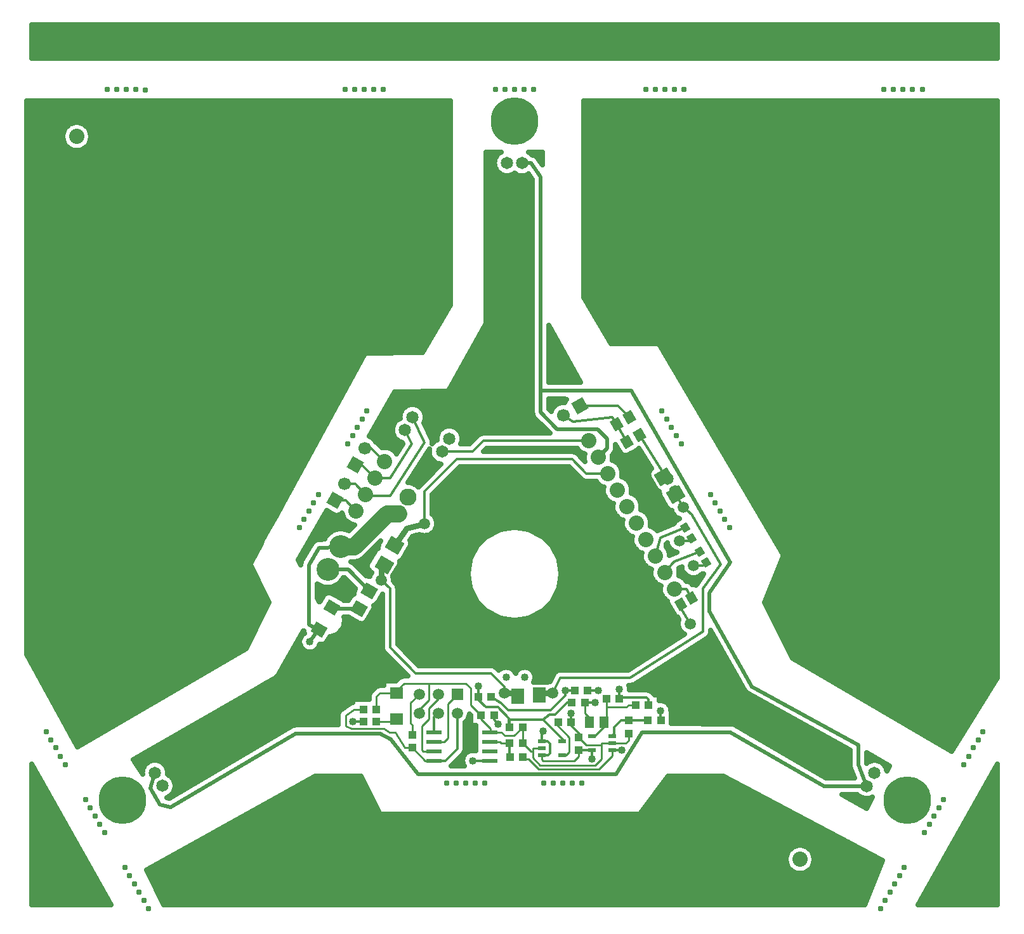
<source format=gbr>
G04 DipTrace 3.0.0.2*
G04 Top.gbr*
%MOIN*%
G04 #@! TF.FileFunction,Copper,L1,Top*
G04 #@! TF.Part,Single*
%AMOUTLINE0*
4,1,4,
-0.05214,-0.010311,
-0.01714,0.050311,
0.05214,0.010311,
0.01714,-0.050311,
-0.05214,-0.010311,
0*%
%AMOUTLINE3*
4,1,4,
0.01714,0.050311,
0.05214,-0.010311,
-0.01714,-0.050311,
-0.05214,0.010311,
0.01714,0.050311,
0*%
%AMOUTLINE6*5,1,4,0,0,0.094653,-164.999604*%
%AMOUTLINE9*5,1,4,0,0,0.094653,-195.000396*%
%AMOUTLINE12*
4,1,4,
-0.014938,0.044993,
0.046434,0.00956,
0.014938,-0.044993,
-0.046434,-0.00956,
-0.014938,0.044993,
0*%
%AMOUTLINE15*
4,1,4,
0.007398,0.038367,
0.036925,-0.012777,
-0.007398,-0.038367,
-0.036925,0.012777,
0.007398,0.038367,
0*%
%AMOUTLINE18*
4,1,4,
0.044597,0.008348,
0.01507,-0.042797,
-0.044597,-0.008348,
-0.01507,0.042797,
0.044597,0.008348,
0*%
%AMOUTLINE21*
4,1,4,
-0.006185,-0.03653,
-0.034728,0.012908,
0.006185,0.03653,
0.034728,-0.012908,
-0.006185,-0.03653,
0*%
%AMOUTLINE24*
4,1,4,
-0.027874,0.008909,
0.00622,0.028594,
0.027874,-0.008909,
-0.00622,-0.028594,
-0.027874,0.008909,
0*%
G04 #@! TA.AperFunction,Conductor*
%ADD10C,0.01*%
%ADD13C,0.012992*%
%ADD15C,0.02*%
G04 #@! TA.AperFunction,ComponentPad*
%ADD16C,0.09*%
G04 #@! TA.AperFunction,Conductor*
%ADD17C,0.03*%
G04 #@! TA.AperFunction,CopperBalancing*
%ADD19C,0.025*%
G04 #@! TA.AperFunction,ComponentPad*
%ADD23C,0.12*%
%ADD24C,0.065*%
%ADD25R,0.043307X0.03937*%
%ADD26R,0.03937X0.043307*%
%ADD27R,0.051181X0.059055*%
%ADD28R,0.07X0.08*%
G04 #@! TA.AperFunction,ComponentPad*
%ADD31C,0.066929*%
%ADD32R,0.059055X0.059055*%
%ADD33C,0.059055*%
%ADD35R,0.043307X0.023622*%
%ADD36R,0.068898X0.059055*%
%ADD37R,0.07874X0.023622*%
G04 #@! TA.AperFunction,ComponentPad*
%ADD38C,0.08*%
%ADD39C,0.25*%
%ADD40C,0.031*%
G04 #@! TA.AperFunction,ViaPad*
%ADD41C,0.04*%
%ADD43C,0.059*%
%ADD98OUTLINE0*%
%ADD101OUTLINE3*%
G04 #@! TA.AperFunction,ComponentPad*
%ADD104OUTLINE6*%
%ADD107OUTLINE9*%
%ADD110OUTLINE12*%
%ADD113OUTLINE15*%
%ADD116OUTLINE18*%
%ADD119OUTLINE21*%
%ADD122OUTLINE24*%
%FSLAX26Y26*%
G04*
G70*
G90*
G75*
G01*
G04 Top*
%LPD*%
X2581110Y3030268D2*
D10*
X2534950D1*
X2466199Y3099018D1*
X3409846Y3084119D2*
D13*
X3341165D1*
X3341164Y3084118D1*
X3147450Y3132769D2*
X3177449D1*
X3191199Y3119018D1*
Y3070018D1*
X3179147Y3057966D1*
X3147450D1*
D10*
Y3036517D1*
X3155449Y3028518D1*
X3316699D1*
X3341164Y3052983D1*
Y3084118D1*
X3147450Y3132769D2*
D13*
Y3186518D1*
X3154699D1*
X2211770Y3299018D2*
D10*
X2159950D1*
X2116199Y3267768D1*
Y3211518D1*
X2148324Y3199018D1*
X2316199D1*
X2348699Y3179518D1*
X2376699D1*
X2427007Y3099018D1*
X2466199D1*
X2703699Y3280269D2*
D13*
Y3092833D1*
X2641238Y3030371D1*
X2581214D1*
X2581110Y3030268D1*
X3409846Y3084119D2*
Y3040665D1*
X3409699Y3040518D1*
X3876888Y3853067D2*
X3868699Y3847518D1*
X3927699Y3750518D1*
X2392699Y4327518D2*
D16*
X2332303D1*
X2160047Y4155262D1*
X2091301D1*
X3347699Y4896517D2*
D13*
X3545885D1*
X3605982Y4836420D1*
X1928812Y3655306D2*
D15*
X1974802Y3718185D1*
D13*
X1975699Y3717518D1*
X1967034Y3718185D1*
D15*
X1923699Y3746518D1*
Y4060518D1*
X1977699Y4149518D1*
X2078731Y4153420D1*
D13*
X2091301Y4155262D1*
X2872449Y3130268D2*
D10*
X2928699D1*
X2934949Y3124018D1*
X2978699D1*
D13*
Y3050839D1*
X2980520Y3049018D1*
X3253749Y3057966D2*
D10*
X3275018D1*
X3291169Y3074117D1*
Y3154049D1*
X3222427Y3222791D1*
Y3223995D1*
X3232450Y3234018D1*
X3603699Y3174018D2*
Y3136518D1*
X3588702Y3121521D1*
X3516146D1*
X3459902D1*
Y3111521D1*
X3380690D1*
X3341164Y3151047D1*
X3339171D1*
X3328699Y3161518D1*
X3353699D1*
X3293699Y3221518D1*
Y3228339D1*
X3299379Y3234018D1*
X3045629Y3124018D2*
Y3205269D1*
X3147450Y3095367D2*
X3099861D1*
Y3080367D1*
X3089280D1*
X3045629Y3124018D1*
X2872449Y3180268D2*
X2934950D1*
X2953699Y3161518D1*
X3001878D1*
X3045629Y3205269D1*
X2828699Y3267768D2*
Y3249018D1*
X2878699Y3199018D1*
Y3186518D1*
X2872449Y3180268D1*
X2278699Y3299018D2*
Y3367769D1*
X2297744Y3386814D1*
X2384950D1*
Y3399020D1*
X2422449Y3436518D1*
X2553699D1*
Y3349018D1*
X2503699Y3299018D1*
Y3280269D1*
X2553699Y3436518D2*
X2747449D1*
X2772449Y3411518D1*
Y3324018D1*
X2828699Y3267768D1*
X3099861Y3080367D2*
Y3044357D1*
X3137699Y3006518D1*
X3425699D1*
X3459902Y3040720D1*
Y3111521D1*
X3387699Y3400518D2*
D13*
X3442699D1*
X3301169Y3280345D2*
Y3235808D1*
X3299379Y3234018D1*
X2622437Y4655077D2*
X2784759D1*
X2841199Y4711518D1*
X3393698D1*
X3394699Y4712520D1*
X2531699Y4276518D2*
D17*
X2438699Y4253518D1*
X2372449Y4161518D1*
X2531699Y4276518D2*
D13*
Y4445518D1*
X2700699Y4614518D1*
X3306699D1*
X3381904Y4539314D1*
X3494699D1*
X3043518Y6171303D2*
D15*
X3090507D1*
X3141199Y6099241D1*
Y4974537D1*
Y4861518D1*
X3228699Y4774018D1*
X3441199D1*
X3491199Y4724018D1*
Y4672417D1*
X3444699Y4625916D1*
X1114394Y2965920D2*
X1091199Y2886518D1*
X1141199Y2799018D1*
X1197450Y2786518D1*
X1853699Y3174018D1*
X2296461D1*
X2353224Y3141655D1*
X2495951Y2959469D1*
X3537440D1*
X3673911Y3180696D1*
X4138066D1*
X4629818Y2897180D1*
X4855261Y2897181D1*
X4809699Y3009518D1*
Y3111518D1*
X4251699Y3420518D1*
X4026699Y3816518D1*
Y3912518D1*
X4137699Y4071518D1*
X3615689Y4974537D1*
X3141199D1*
X2022400Y4035924D2*
X2129383D1*
X2241280Y3924028D1*
X2895629Y3267768D2*
D13*
Y3244589D1*
X2916199Y3224018D1*
X3372411Y3336589D2*
X3428655D1*
X3397450Y3234018D2*
D10*
Y3255306D1*
X3372411Y3280345D1*
Y3336589D1*
X2581110Y3130268D2*
X2634895D1*
X2653699Y3149072D1*
Y3330269D1*
X2703699Y3380269D1*
X2153789Y3236600D2*
D13*
X2211689D1*
X2211770Y3236518D1*
X3869949Y4186768D2*
X3923877D1*
X3934664Y4197555D1*
X2581110Y3180268D2*
Y3257680D1*
X2603699Y3280269D1*
X2186161Y3828560D2*
D15*
X2052888D1*
D13*
X2044597Y3836852D1*
X2278699Y3236518D2*
D10*
X2372450D1*
X2384950Y3249018D1*
X3844699Y3933096D2*
D13*
X3905962D1*
X3934852Y3886531D1*
X3794699Y4019699D2*
X3841699Y4076518D1*
X3976199Y4130518D1*
X3744699Y4106302D2*
X3769699Y4202518D1*
X3901199Y4255518D1*
X2303699Y3980269D2*
D17*
Y4042871D1*
X2321362Y4060533D1*
X2952143Y3384962D2*
X3003644D1*
X3020644Y3367962D1*
X2952143Y3384962D2*
D13*
Y3418075D1*
X2880699Y3489518D1*
X2484699D1*
X2349699Y3624518D1*
Y3934269D1*
X2303699Y3980269D1*
X3204505Y3385713D2*
D17*
X3145146D1*
X3133644Y3374211D1*
X3850726Y4429012D2*
D13*
X3891199Y4361518D1*
X3933699Y4326518D1*
X4086699Y4062518D1*
X3993699Y3936518D1*
Y3707449D1*
X3611085Y3465349D1*
X3243699D1*
X3204505Y3385713D1*
X3595168Y4705366D2*
X3541199Y4799018D1*
X3261096Y4846517D2*
X3309917Y4811434D1*
X3516146Y4836432D1*
X3541199Y4799018D1*
X3659950Y4742768D2*
X3792699Y4529518D1*
X3788814Y4523748D1*
X3269699Y3400518D2*
X3320770D1*
X3771699Y3291518D2*
Y3243517D1*
X3772449Y3242768D1*
X3269699Y3400518D2*
Y3373175D1*
X3192499Y3295974D1*
X2971917D1*
X2934350Y3333541D1*
X2880711Y3365495D1*
X2466199Y3165948D2*
D10*
Y3217769D1*
X2457699Y3226269D1*
Y3334269D1*
X2503699Y3380269D1*
X2872449Y3030268D2*
D13*
X2785076D1*
X2784972Y3030371D1*
X2603699Y3380269D2*
D10*
Y3355268D1*
X2553699Y3305268D1*
Y3249018D1*
X2516199Y3211518D1*
Y3086518D1*
X2522450Y3080268D1*
X2581110D1*
X3944950Y4055518D2*
D13*
X3992627D1*
X4009664Y4072555D1*
X2059950Y4399017D2*
X2115699D1*
X2171199Y4343517D1*
X2109950Y4485621D2*
X2165791D1*
X2221416Y4429995D1*
X2468058Y4835769D2*
X2531699Y4701518D1*
X2349560Y4424018D1*
X2227392D1*
X2221416Y4429995D1*
X2166287Y4586458D2*
X2201555D1*
X2271416Y4516597D1*
X2350387D1*
X2463699Y4694518D1*
X2428688Y4767577D1*
X2216287Y4673062D2*
X2251555D1*
X2321416Y4603199D1*
X2813299Y3421727D2*
Y3365978D1*
X2813782Y3365495D1*
Y3350100D1*
X2852693Y3311189D1*
X2915727D1*
X2975139Y3251777D1*
Y3208829D1*
X2978699Y3205269D1*
Y3245164D1*
X3154190D1*
X3266585Y3132769D1*
X3253749D1*
X3305482Y3336589D2*
X3280429D1*
X3216009Y3272169D1*
X3187125D1*
X3154190Y3245164D1*
X3603699Y3240948D2*
X3703699D1*
X3705520Y3242768D1*
X3603699Y3240948D2*
X3564239D1*
X3528644Y3205353D1*
Y3171421D1*
X3516146Y3158923D1*
X3486770Y3355268D2*
D10*
Y3313896D1*
Y3248535D1*
X3472253Y3234018D1*
D13*
Y3205072D1*
X3426104Y3158923D1*
X3409846D1*
X3641199Y3324018D2*
D10*
X3603564D1*
X3591138Y3311592D1*
X3489075D1*
X3486770Y3313896D1*
X3047449Y3049018D2*
Y3040518D1*
X3075699D1*
X3129699Y2986518D1*
X3445699D1*
X3516146Y3056965D1*
Y3084119D1*
X3708129Y3324018D2*
D13*
Y3350840D1*
X3697450Y3361518D1*
X3559950D1*
X3553699Y3355268D1*
X3516146Y3084119D2*
X3567699D1*
Y3084518D1*
X3553642Y3405332D2*
X3553699Y3405274D1*
Y3355268D1*
D41*
X3154699Y3186518D3*
X3428655Y3336589D3*
X2916199Y3224018D3*
X2784972Y3030371D3*
X2153789Y3236600D3*
X3567699Y3084518D3*
X3553642Y3405332D3*
X3301169Y3280345D3*
X3442699Y3400518D3*
D43*
X3204505Y3385713D3*
X2952143Y3384962D3*
X2531699Y4276518D3*
D41*
X1928812Y3655306D3*
X3409699Y3040518D3*
D43*
X3927699Y3750518D3*
X2303699Y3980269D3*
X3891199Y4361518D3*
X3869949Y4186768D3*
X3944950Y4055518D3*
D41*
X3269699Y3400518D3*
X2960474Y3467768D3*
X3057411D3*
X3771699Y3291518D3*
X2813299Y3421727D3*
X443699Y6474150D2*
D19*
X2663724D1*
X443699Y6449281D2*
X2663724D1*
X443699Y6424412D2*
X2663724D1*
X443699Y6399543D2*
X2663724D1*
X443699Y6374675D2*
X663626D1*
X743773D2*
X2663724D1*
X443699Y6349806D2*
X638480D1*
X768919D2*
X2663724D1*
X443699Y6324937D2*
X628958D1*
X778441D2*
X2663724D1*
X443699Y6300068D2*
X628617D1*
X778782D2*
X2663724D1*
X443699Y6275199D2*
X637308D1*
X770091D2*
X2663724D1*
X443699Y6250331D2*
X660501D1*
X746898D2*
X2663724D1*
X443699Y6225462D2*
X2663724D1*
X443699Y6200593D2*
X2663724D1*
X443699Y6175724D2*
X2663724D1*
X443699Y6150856D2*
X2663724D1*
X443699Y6125987D2*
X2663724D1*
X443699Y6101118D2*
X2663724D1*
X443699Y6076249D2*
X2663724D1*
X443699Y6051381D2*
X2663724D1*
X443699Y6026512D2*
X2663724D1*
X443699Y6001643D2*
X2663724D1*
X443699Y5976774D2*
X2663724D1*
X443699Y5951906D2*
X2663724D1*
X443699Y5927037D2*
X2663724D1*
X443699Y5902168D2*
X2663724D1*
X443699Y5877299D2*
X2663724D1*
X443699Y5852430D2*
X2663724D1*
X443699Y5827562D2*
X2663724D1*
X443699Y5802693D2*
X2663724D1*
X443699Y5777824D2*
X2663724D1*
X443699Y5752955D2*
X2663724D1*
X443699Y5728087D2*
X2663724D1*
X443699Y5703218D2*
X2663724D1*
X443699Y5678349D2*
X2663724D1*
X443699Y5653480D2*
X2663724D1*
X443699Y5628612D2*
X2663724D1*
X443699Y5603743D2*
X2663724D1*
X443699Y5578874D2*
X2663724D1*
X443699Y5554005D2*
X2663724D1*
X443699Y5529136D2*
X2663724D1*
X443699Y5504268D2*
X2663724D1*
X443699Y5479399D2*
X2663724D1*
X443699Y5454530D2*
X2663724D1*
X443699Y5429661D2*
X2663724D1*
X443699Y5404793D2*
X2651224D1*
X443699Y5379924D2*
X2636869D1*
X443699Y5355055D2*
X2622513D1*
X443699Y5330186D2*
X2608157D1*
X443699Y5305318D2*
X2593802D1*
X443699Y5280449D2*
X2579446D1*
X443699Y5255580D2*
X2565091D1*
X443699Y5230711D2*
X2550736D1*
X443699Y5205843D2*
X2536381D1*
X443699Y5180974D2*
X2522025D1*
X443699Y5156105D2*
X2208988D1*
X443699Y5131236D2*
X2195462D1*
X443699Y5106367D2*
X2181888D1*
X443699Y5081499D2*
X2168314D1*
X443699Y5056630D2*
X2154740D1*
X443699Y5031761D2*
X2141165D1*
X443699Y5006892D2*
X2127640D1*
X443699Y4982024D2*
X2114066D1*
X443699Y4957155D2*
X2100491D1*
X443699Y4932286D2*
X2086917D1*
X443699Y4907417D2*
X2073343D1*
X443699Y4882549D2*
X2059818D1*
X443699Y4857680D2*
X2046243D1*
X443699Y4832811D2*
X2032669D1*
X443699Y4807942D2*
X2019094D1*
X443699Y4783073D2*
X2005521D1*
X443699Y4758205D2*
X1991995D1*
X443699Y4733336D2*
X1978421D1*
X443699Y4708467D2*
X1964846D1*
X443699Y4683598D2*
X1951273D1*
X443699Y4658730D2*
X1937698D1*
X443699Y4633861D2*
X1924125D1*
X443699Y4608992D2*
X1910598D1*
X443699Y4584123D2*
X1897025D1*
X443699Y4559255D2*
X1883450D1*
X443699Y4534386D2*
X1869877D1*
X443699Y4509517D2*
X1856302D1*
X443699Y4484648D2*
X1842777D1*
X443699Y4459780D2*
X1829202D1*
X443699Y4434911D2*
X1815629D1*
X443699Y4410042D2*
X1802054D1*
X443699Y4385173D2*
X1788480D1*
X443699Y4360304D2*
X1774954D1*
X443699Y4335436D2*
X1761381D1*
X443699Y4310567D2*
X1747513D1*
X443699Y4285698D2*
X1732377D1*
X443699Y4260829D2*
X1718021D1*
X443699Y4235961D2*
X1703665D1*
X443699Y4211092D2*
X1689310D1*
X443699Y4186223D2*
X1676810D1*
X443699Y4161354D2*
X1666409D1*
X443699Y4136486D2*
X1652835D1*
X443699Y4111617D2*
X1639310D1*
X443699Y4086748D2*
X1625736D1*
X443699Y4061879D2*
X1612161D1*
X443699Y4037010D2*
X1624466D1*
X443699Y4012142D2*
X1636917D1*
X443699Y3987273D2*
X1649369D1*
X443699Y3962404D2*
X1661770D1*
X443699Y3937535D2*
X1674222D1*
X443699Y3912667D2*
X1686673D1*
X443699Y3887798D2*
X1699075D1*
X443699Y3862929D2*
X1711526D1*
X443699Y3838060D2*
X1700491D1*
X443699Y3813192D2*
X1688041D1*
X443699Y3788323D2*
X1675638D1*
X443699Y3763454D2*
X1663186D1*
X443699Y3738585D2*
X1650736D1*
X443699Y3713717D2*
X1638333D1*
X443699Y3688848D2*
X1625882D1*
X443699Y3663979D2*
X1613430D1*
X443699Y3639110D2*
X1601029D1*
X443699Y3614241D2*
X1581058D1*
X443919Y3589373D2*
X1538430D1*
X457591Y3564504D2*
X1495804D1*
X471262Y3539635D2*
X1453177D1*
X484934Y3514766D2*
X1410550D1*
X498606Y3489898D2*
X1367923D1*
X512278Y3465029D2*
X1325247D1*
X525950Y3440160D2*
X1282621D1*
X539622Y3415291D2*
X1239993D1*
X553294Y3390423D2*
X1197366D1*
X567014Y3365554D2*
X1154740D1*
X580686Y3340685D2*
X1112113D1*
X594358Y3315816D2*
X1069486D1*
X608030Y3290948D2*
X1026858D1*
X621702Y3266079D2*
X984232D1*
X635374Y3241210D2*
X941556D1*
X649046Y3216341D2*
X898929D1*
X662718Y3191472D2*
X856302D1*
X676438Y3166604D2*
X813675D1*
X690110Y3141735D2*
X771049D1*
X703782Y3116866D2*
X728421D1*
X776972Y6305752D2*
X775169Y6294360D1*
X771605Y6283391D1*
X766369Y6273114D1*
X759589Y6263783D1*
X751434Y6255629D1*
X742104Y6248849D1*
X731827Y6243613D1*
X720858Y6240049D1*
X709466Y6238245D1*
X697933D1*
X686541Y6240049D1*
X675572Y6243613D1*
X665295Y6248849D1*
X655965Y6255629D1*
X647810Y6263783D1*
X641030Y6273114D1*
X635794Y6283391D1*
X632230Y6294360D1*
X630427Y6305752D1*
Y6317285D1*
X632230Y6328677D1*
X635794Y6339646D1*
X641030Y6349923D1*
X647810Y6359253D1*
X655965Y6367408D1*
X665295Y6374188D1*
X675572Y6379424D1*
X686541Y6382988D1*
X697933Y6384791D1*
X709466D1*
X720858Y6382988D1*
X731827Y6379424D1*
X742104Y6374188D1*
X751434Y6367408D1*
X759589Y6359253D1*
X766369Y6349923D1*
X771605Y6339646D1*
X775169Y6328677D1*
X776972Y6317285D1*
Y6305752D1*
X1697799Y4221518D2*
X1745407Y4303797D1*
X1750308Y4310965D1*
X1785324Y4374768D1*
X2218797Y5169147D1*
X2221639Y5171833D1*
X2225172Y5173510D1*
X2229169Y5174005D1*
X2361659Y5174018D1*
X2375331Y5175664D1*
X2395584Y5176508D1*
X2521962D1*
X2666198Y5426395D1*
X2666199Y6499018D1*
X441199D1*
Y3589692D1*
X708496Y3103735D1*
X1594215Y3620457D1*
X1714739Y3861547D1*
X1616782Y4057745D1*
X1616199Y4061613D1*
X1616841Y4065471D1*
X1623711Y4078478D1*
X1671293Y4165710D1*
X1673538Y4172357D1*
X1682154Y4192732D1*
X1691550Y4210693D1*
X1697799Y4221518D1*
X3368699Y6474150D2*
X5538724D1*
X3368699Y6449281D2*
X5538724D1*
X3368699Y6424412D2*
X5538724D1*
X3368699Y6399543D2*
X5538724D1*
X3368699Y6374675D2*
X5538724D1*
X3368699Y6349806D2*
X5538724D1*
X3368699Y6324937D2*
X5538724D1*
X3368699Y6300068D2*
X5538724D1*
X3368699Y6275199D2*
X5538724D1*
X3368699Y6250331D2*
X5538724D1*
X3368699Y6225462D2*
X5538724D1*
X3368699Y6200593D2*
X5538724D1*
X3368699Y6175724D2*
X5538724D1*
X3368699Y6150856D2*
X5538724D1*
X3368699Y6125987D2*
X5538724D1*
X3368699Y6101118D2*
X5538724D1*
X3368699Y6076249D2*
X5538724D1*
X3368699Y6051381D2*
X5538724D1*
X3368699Y6026512D2*
X5538724D1*
X3368699Y6001643D2*
X5538724D1*
X3368699Y5976774D2*
X5538724D1*
X3368699Y5951906D2*
X5538724D1*
X3368699Y5927037D2*
X5538724D1*
X3368699Y5902168D2*
X5538724D1*
X3368699Y5877299D2*
X5538724D1*
X3368699Y5852430D2*
X5538724D1*
X3368699Y5827562D2*
X5538724D1*
X3368699Y5802693D2*
X5538724D1*
X3368699Y5777824D2*
X5538724D1*
X3368699Y5752955D2*
X5538724D1*
X3368699Y5728087D2*
X5538724D1*
X3368699Y5703218D2*
X5538724D1*
X3368699Y5678349D2*
X5538724D1*
X3368699Y5653480D2*
X5538724D1*
X3368699Y5628612D2*
X5538724D1*
X3368699Y5603743D2*
X5538724D1*
X3368699Y5578874D2*
X5538724D1*
X3368699Y5554005D2*
X5538724D1*
X3368699Y5529136D2*
X5538724D1*
X3368699Y5504268D2*
X5538724D1*
X3368699Y5479399D2*
X5538724D1*
X3374974Y5454530D2*
X5538724D1*
X3389915Y5429661D2*
X5538724D1*
X3404808Y5404793D2*
X5538724D1*
X3419749Y5379924D2*
X5538724D1*
X3434642Y5355055D2*
X5538724D1*
X3449583Y5330186D2*
X5538724D1*
X3464476Y5305318D2*
X5538724D1*
X3479417Y5280449D2*
X5538724D1*
X3494358Y5255580D2*
X5538724D1*
X3509251Y5230711D2*
X5538724D1*
X3774094Y5205843D2*
X5538724D1*
X3788743Y5180974D2*
X5538724D1*
X3803441Y5156105D2*
X5538724D1*
X3818138Y5131236D2*
X5538724D1*
X3832835Y5106367D2*
X5538724D1*
X3847533Y5081499D2*
X5538724D1*
X3862230Y5056630D2*
X5538724D1*
X3876927Y5031761D2*
X5538724D1*
X3891625Y5006892D2*
X5538724D1*
X3906322Y4982024D2*
X5538724D1*
X3921018Y4957155D2*
X5538724D1*
X3935717Y4932286D2*
X5538724D1*
X3950413Y4907417D2*
X5538724D1*
X3965110Y4882549D2*
X5538724D1*
X3979808Y4857680D2*
X5538724D1*
X3994505Y4832811D2*
X5538724D1*
X4009202Y4807942D2*
X5538724D1*
X4023900Y4783073D2*
X5538724D1*
X4038597Y4758205D2*
X5538724D1*
X4053294Y4733336D2*
X5538724D1*
X4067991Y4708467D2*
X5538724D1*
X4082689Y4683598D2*
X5538724D1*
X4097386Y4658730D2*
X5538724D1*
X4112083Y4633861D2*
X5538724D1*
X4126781Y4608992D2*
X5538724D1*
X4141429Y4584123D2*
X5538724D1*
X4156126Y4559255D2*
X5538724D1*
X4170824Y4534386D2*
X5538724D1*
X4185521Y4509517D2*
X5538724D1*
X4200218Y4484648D2*
X5538724D1*
X4214915Y4459780D2*
X5538724D1*
X4229613Y4434911D2*
X5538724D1*
X4244310Y4410042D2*
X5538724D1*
X4259007Y4385173D2*
X5538724D1*
X4273705Y4360304D2*
X5538724D1*
X4288402Y4335436D2*
X5538724D1*
X4303098Y4310567D2*
X5538724D1*
X4317797Y4285698D2*
X5538724D1*
X4332493Y4260829D2*
X5538724D1*
X4347190Y4235961D2*
X5538724D1*
X4361888Y4211092D2*
X5538724D1*
X4376585Y4186223D2*
X5538724D1*
X4391282Y4161354D2*
X5538724D1*
X4405980Y4136486D2*
X5538724D1*
X4419701Y4111617D2*
X5538724D1*
X4409740Y4086748D2*
X5538724D1*
X4399827Y4061879D2*
X5538724D1*
X4389866Y4037010D2*
X5538724D1*
X4379906Y4012142D2*
X5538724D1*
X4369945Y3987273D2*
X5538724D1*
X4360033Y3962404D2*
X5538724D1*
X4350072Y3937535D2*
X5538724D1*
X4340110Y3912667D2*
X5538724D1*
X4330198Y3887798D2*
X5538724D1*
X4320238Y3862929D2*
X5538724D1*
X4331908Y3838060D2*
X5538724D1*
X4344358Y3813192D2*
X5538724D1*
X4356761Y3788323D2*
X5538724D1*
X4369213Y3763454D2*
X5538724D1*
X4381663Y3738585D2*
X5538724D1*
X4394066Y3713717D2*
X5538724D1*
X4406517Y3688848D2*
X5538724D1*
X4418969Y3663979D2*
X5538724D1*
X4431370Y3639110D2*
X5538724D1*
X4443822Y3614241D2*
X5538724D1*
X4456224Y3589373D2*
X5538724D1*
X4475755Y3564504D2*
X5538724D1*
X4518041Y3539635D2*
X5538724D1*
X4560325Y3514766D2*
X5538724D1*
X4602610Y3489898D2*
X5538724D1*
X4644896Y3465029D2*
X5538675D1*
X4687181Y3440160D2*
X5523098D1*
X4729417Y3415291D2*
X5507572D1*
X4771702Y3390423D2*
X5492045D1*
X4813988Y3365554D2*
X5476469D1*
X4856273Y3340685D2*
X5460941D1*
X4898558Y3315816D2*
X5445413D1*
X4940843Y3290948D2*
X5429837D1*
X4983079Y3266079D2*
X5414310D1*
X5025365Y3241210D2*
X5398782D1*
X5067650Y3216341D2*
X5383206D1*
X5109934Y3191472D2*
X5367678D1*
X5152220Y3166604D2*
X5352152D1*
X5194505Y3141735D2*
X5336575D1*
X5236741Y3116866D2*
X5321049D1*
X5279026Y3091997D2*
X5305521D1*
X5528699Y6499018D2*
X3366199D1*
Y5464986D1*
X3510803Y5223975D1*
X3755655Y5223865D1*
X3759374Y5222656D1*
X3762538Y5220357D1*
X3764461Y5217878D1*
X4415323Y4116115D1*
X4416175Y4112299D1*
X4415806Y4108406D1*
X4396736Y4060453D1*
X4317374Y3862047D1*
X4463224Y3570419D1*
X5299539Y3078467D1*
X5541214Y3465127D1*
X5541199Y6499018D1*
X5528699D1*
X1914671Y2924150D2*
X2205911D1*
X3793822D2*
X4145072D1*
X1869896Y2899281D2*
X2218362D1*
X3775169D2*
X4192045D1*
X1825169Y2874412D2*
X2230765D1*
X3756517D2*
X4239017D1*
X1780394Y2849543D2*
X2243217D1*
X3737865D2*
X4285990D1*
X1735618Y2824675D2*
X2255667D1*
X3719213D2*
X4332962D1*
X1690843Y2799806D2*
X2268070D1*
X3700560D2*
X4379934D1*
X1646117Y2774937D2*
X2280521D1*
X3681908D2*
X4426908D1*
X1601341Y2750068D2*
X2292972D1*
X3663255D2*
X4473881D1*
X1556566Y2725199D2*
X4520853D1*
X1511790Y2700331D2*
X4567825D1*
X1467014Y2675462D2*
X4614798D1*
X1422289Y2650593D2*
X4661770D1*
X1377513Y2625724D2*
X4708743D1*
X1332738Y2600856D2*
X4755717D1*
X1287962Y2575987D2*
X4465921D1*
X4541478D2*
X4802689D1*
X1243236Y2551118D2*
X4439261D1*
X4568138D2*
X4849661D1*
X1198461Y2526249D2*
X4429202D1*
X4578197D2*
X4896682D1*
X1153685Y2501381D2*
X4428421D1*
X4578978D2*
X4933694D1*
X1108909Y2476512D2*
X4436575D1*
X4570824D2*
X4923734D1*
X1075121Y2451643D2*
X4458549D1*
X4548850D2*
X4913773D1*
X1087522Y2426774D2*
X4903861D1*
X1099974Y2401906D2*
X4893900D1*
X1112425Y2377037D2*
X4883938D1*
X1124827Y2352168D2*
X4873978D1*
X1137278Y2327299D2*
X4864066D1*
X1149730Y2302430D2*
X4854105D1*
X1162133Y2277562D2*
X4844144D1*
X4576972Y2505752D2*
X4575169Y2494360D1*
X4571605Y2483391D1*
X4566369Y2473114D1*
X4559589Y2463783D1*
X4551434Y2455629D1*
X4542104Y2448849D1*
X4531827Y2443613D1*
X4520858Y2440049D1*
X4509466Y2438245D1*
X4497933D1*
X4486541Y2440049D1*
X4475572Y2443613D1*
X4465295Y2448849D1*
X4455965Y2455629D1*
X4447810Y2463783D1*
X4441030Y2473114D1*
X4435794Y2483391D1*
X4432230Y2494360D1*
X4430427Y2505752D1*
Y2517285D1*
X4432230Y2528677D1*
X4435794Y2539646D1*
X4441030Y2549923D1*
X4447810Y2559253D1*
X4455965Y2567408D1*
X4465295Y2574188D1*
X4475572Y2579424D1*
X4486541Y2582988D1*
X4497933Y2584791D1*
X4509466D1*
X4520858Y2582988D1*
X4531827Y2579424D1*
X4542104Y2574188D1*
X4551434Y2567408D1*
X4559589Y2559253D1*
X4566369Y2549923D1*
X4571605Y2539646D1*
X4575169Y2528677D1*
X4576972Y2517285D1*
Y2505752D1*
X1070230Y2456408D2*
X1161446Y2273978D1*
X4845252Y2274018D1*
X4937933Y2505760D1*
X4100573Y2949030D1*
X3809900Y2949018D1*
X3662403Y2752546D1*
X3659205Y2750295D1*
X3655467Y2749144D1*
X3616199Y2749018D1*
X2301744Y2749172D1*
X2298025Y2750381D1*
X2294861Y2752680D1*
X2292394Y2756209D1*
X2195953Y2949059D1*
X1956873Y2949018D1*
X1070203Y2456388D1*
X468699Y2974412D2*
X485843D1*
X468699Y2949543D2*
X499857D1*
X468699Y2924675D2*
X513822D1*
X468699Y2899806D2*
X527835D1*
X468699Y2874937D2*
X541801D1*
X468699Y2850068D2*
X555814D1*
X468699Y2825199D2*
X569778D1*
X468699Y2800331D2*
X583793D1*
X468699Y2775462D2*
X597757D1*
X468699Y2750593D2*
X611770D1*
X468699Y2725724D2*
X625736D1*
X468699Y2700856D2*
X639749D1*
X468699Y2675987D2*
X653714D1*
X468699Y2651118D2*
X667728D1*
X468699Y2626249D2*
X681693D1*
X468699Y2601381D2*
X695706D1*
X468699Y2576512D2*
X709671D1*
X468699Y2551643D2*
X723685D1*
X468699Y2526774D2*
X737650D1*
X468699Y2501906D2*
X751663D1*
X468699Y2477037D2*
X765629D1*
X468699Y2452168D2*
X779593D1*
X468699Y2427299D2*
X793606D1*
X468699Y2402430D2*
X807572D1*
X468699Y2377562D2*
X821585D1*
X468699Y2352693D2*
X835550D1*
X468699Y2327824D2*
X849564D1*
X468699Y2302955D2*
X863529D1*
X468699Y2278087D2*
X877542D1*
X466199Y3013814D2*
Y2274018D1*
X882362D1*
X466196Y3013806D1*
X5521556Y2974412D2*
X5538724D1*
X5507542Y2949543D2*
X5538724D1*
X5493577Y2924675D2*
X5538724D1*
X5479564Y2899806D2*
X5538724D1*
X5465598Y2874937D2*
X5538724D1*
X5451585Y2850068D2*
X5538724D1*
X5437621Y2825199D2*
X5538724D1*
X5423606Y2800331D2*
X5538724D1*
X5409642Y2775462D2*
X5538724D1*
X5395629Y2750593D2*
X5538724D1*
X5381663Y2725724D2*
X5538724D1*
X5367650Y2700856D2*
X5538724D1*
X5353685Y2675987D2*
X5538724D1*
X5339671Y2651118D2*
X5538724D1*
X5325706Y2626249D2*
X5538724D1*
X5311693Y2601381D2*
X5538724D1*
X5297728Y2576512D2*
X5538724D1*
X5283714Y2551643D2*
X5538724D1*
X5269749Y2526774D2*
X5538724D1*
X5255736Y2501906D2*
X5538724D1*
X5241770Y2477037D2*
X5538724D1*
X5227806Y2452168D2*
X5538724D1*
X5213793Y2427299D2*
X5538724D1*
X5199827Y2402430D2*
X5538724D1*
X5185814Y2377562D2*
X5538724D1*
X5171849Y2352693D2*
X5538724D1*
X5157835Y2327824D2*
X5538724D1*
X5143870Y2302955D2*
X5538724D1*
X5129857Y2278087D2*
X5538724D1*
X5541199Y2286518D2*
Y3013814D1*
X5125059Y2273993D1*
X5541199Y2274018D1*
Y2286518D1*
X468699Y6874150D2*
X5538724D1*
X468699Y6849281D2*
X5538724D1*
X468699Y6824412D2*
X5538724D1*
X468699Y6799543D2*
X5538724D1*
X468699Y6774675D2*
X5538724D1*
X468699Y6749806D2*
X5538724D1*
X468699Y6724937D2*
X5538724D1*
X466199Y6886518D2*
Y6724018D1*
X5541199D1*
Y6899018D1*
X466199D1*
Y6886518D1*
X2855794Y6204353D2*
X2905139D1*
X3121272D2*
X3147228D1*
X2855794Y6179484D2*
X2896790D1*
X2855794Y6154615D2*
X2898400D1*
X2855794Y6129747D2*
X2910999D1*
X2855794Y6104878D2*
X3081555D1*
X2855794Y6080009D2*
X3095227D1*
X2855794Y6055140D2*
X3095227D1*
X2855794Y6030272D2*
X3095227D1*
X2855794Y6005403D2*
X3095227D1*
X2855794Y5980534D2*
X3095227D1*
X2855794Y5955665D2*
X3095227D1*
X2855794Y5930797D2*
X3095227D1*
X2855794Y5905928D2*
X3095227D1*
X2855794Y5881059D2*
X3095227D1*
X2855843Y5856190D2*
X3095227D1*
X2855843Y5831322D2*
X3095227D1*
X2855843Y5806453D2*
X3095227D1*
X2855843Y5781584D2*
X3095227D1*
X2855843Y5756715D2*
X3095227D1*
X2855843Y5731846D2*
X3095227D1*
X2855843Y5706978D2*
X3095227D1*
X2855843Y5682109D2*
X3095227D1*
X2855843Y5657240D2*
X3095227D1*
X2855843Y5632371D2*
X3095227D1*
X2855843Y5607503D2*
X3095227D1*
X2855843Y5582634D2*
X3095227D1*
X2855843Y5557765D2*
X3095227D1*
X2855843Y5532896D2*
X3095227D1*
X2855843Y5508028D2*
X3095227D1*
X2855843Y5483159D2*
X3095227D1*
X2855843Y5458290D2*
X3095227D1*
X2855843Y5433421D2*
X3095227D1*
X2855843Y5408552D2*
X3095227D1*
X2855891Y5383684D2*
X3095227D1*
X2855891Y5358815D2*
X3095227D1*
X2855891Y5333946D2*
X3095227D1*
X2846370Y5309077D2*
X3095227D1*
X2832307Y5284209D2*
X3095227D1*
X3187190D2*
X3202030D1*
X2818294Y5259340D2*
X3095227D1*
X3187190D2*
X3215783D1*
X2804231Y5234471D2*
X3095227D1*
X3187190D2*
X3229602D1*
X2790168Y5209602D2*
X3095227D1*
X3187190D2*
X3243371D1*
X2776106Y5184734D2*
X3095227D1*
X3187190D2*
X3257142D1*
X2762043Y5159865D2*
X3095227D1*
X3187190D2*
X3270911D1*
X2747980Y5134996D2*
X3095227D1*
X3187190D2*
X3284680D1*
X2733919Y5110127D2*
X3095227D1*
X3187190D2*
X3298450D1*
X2719904Y5085259D2*
X3095227D1*
X3187190D2*
X3312268D1*
X2705843Y5060390D2*
X3095227D1*
X3187190D2*
X3326038D1*
X2691780Y5035521D2*
X3095227D1*
X3187190D2*
X3339807D1*
X2677718Y5010652D2*
X3095227D1*
X2663655Y4985783D2*
X3095227D1*
X2371711Y4960915D2*
X3095227D1*
X2357454Y4936046D2*
X3095227D1*
X2343244Y4911177D2*
X3095227D1*
X3187190D2*
X3241175D1*
X2328987Y4886308D2*
X2423108D1*
X2513020D2*
X3095227D1*
X3187190D2*
X3204705D1*
X2314728Y4861440D2*
X2404748D1*
X2531379D2*
X3095227D1*
X2300520Y4836571D2*
X2399572D1*
X2536555D2*
X3103088D1*
X2286262Y4811702D2*
X2377112D1*
X2532014D2*
X3127014D1*
X2272054Y4786833D2*
X2363050D1*
X2538020D2*
X2641564D1*
X2682063D2*
X3151867D1*
X2257795Y4761965D2*
X2360412D1*
X2549787D2*
X2605823D1*
X2717756D2*
X3176770D1*
X2243538Y4737096D2*
X2367639D1*
X2561604D2*
X2594787D1*
X2728840D2*
X2807727D1*
X2273127Y4712227D2*
X2390247D1*
X2572736D2*
X2586951D1*
X2729378D2*
X2782874D1*
X2296320Y4687358D2*
X2409240D1*
X2367366Y4662490D2*
X2393420D1*
X2851203D2*
X3338343D1*
X3536018D2*
X3549252D1*
X3649446D2*
X3660352D1*
X2540071Y4637621D2*
X2556311D1*
X3342659D2*
X3369642D1*
X3520392D2*
X3569202D1*
X3606331D2*
X3675794D1*
X2523762Y4612752D2*
X2569299D1*
X3519514D2*
X3691272D1*
X2507454Y4587883D2*
X2615003D1*
X3552375D2*
X3706751D1*
X2491096Y4563014D2*
X2590148D1*
X2708235D2*
X3299182D1*
X3566780D2*
X3718274D1*
X2474787Y4538146D2*
X2565295D1*
X2683382D2*
X3324035D1*
X3570686D2*
X3706115D1*
X2458479Y4513277D2*
X2540392D1*
X2658479D2*
X3348890D1*
X3588850D2*
X3714710D1*
X2470588Y4488408D2*
X2515539D1*
X2633626D2*
X3439172D1*
X3611458D2*
X3729064D1*
X2608772Y4463539D2*
X3469495D1*
X3619904D2*
X3743420D1*
X2583919Y4438671D2*
X3470031D1*
X3619367D2*
X3762610D1*
X2574202Y4413802D2*
X3479846D1*
X3653108D2*
X3772131D1*
X2574202Y4388933D2*
X3505676D1*
X3667072D2*
X3786487D1*
X2574202Y4364064D2*
X3518714D1*
X3670686D2*
X3800891D1*
X2015706Y4339196D2*
X2027188D1*
X2574202D2*
X3523791D1*
X3690071D2*
X3829798D1*
X2001448Y4314327D2*
X2101232D1*
X2584602D2*
X3540051D1*
X3711946D2*
X3846984D1*
X1987239Y4289458D2*
X2118908D1*
X2595832D2*
X3569396D1*
X3720003D2*
X3848596D1*
X1972980Y4264589D2*
X2155871D1*
X2596076D2*
X3570227D1*
X3719172D2*
X3814270D1*
X1958723Y4239720D2*
X2048694D1*
X2585335D2*
X2914660D1*
X3092756D2*
X3580383D1*
X1944514Y4214852D2*
X2016760D1*
X2486799D2*
X2516320D1*
X2547102D2*
X2865832D1*
X3141535D2*
X3607239D1*
X1930256Y4189983D2*
X1959290D1*
X2455207D2*
X2836780D1*
X3170588D2*
X3618762D1*
X1915999Y4165114D2*
X1933802D1*
X2459895D2*
X2811927D1*
X3195491D2*
X3624134D1*
X1901790Y4140245D2*
X1918714D1*
X2258528D2*
X2275550D1*
X2447542D2*
X2794934D1*
X3212434D2*
X3640930D1*
X3812386D2*
X3824934D1*
X1887531Y4115377D2*
X1903656D1*
X2233675D2*
X2258459D1*
X2433186D2*
X2782287D1*
X3225130D2*
X3669251D1*
X3820148D2*
X3828652D1*
X1873274Y4090508D2*
X1888492D1*
X2206916D2*
X2244104D1*
X2418391D2*
X2769836D1*
X3237580D2*
X3670423D1*
X2163655Y4065639D2*
X2230139D1*
X2403010D2*
X2764856D1*
X3242560D2*
X3680970D1*
X2188558Y4040770D2*
X2230286D1*
X2390071D2*
X2760900D1*
X3246516D2*
X3708899D1*
X3867610D2*
X3881214D1*
X2213411Y4015902D2*
X2249231D1*
X2375715D2*
X2757092D1*
X3250324D2*
X3718811D1*
X3870588D2*
X3893470D1*
X2368294Y3991033D2*
X2759827D1*
X3247591D2*
X3724524D1*
X3892415D2*
X3981751D1*
X2087142Y3966164D2*
X2135119D1*
X2376839D2*
X2763732D1*
X3243635D2*
X3741858D1*
X3930940D2*
X3963391D1*
X1969710Y3941295D2*
X2160022D1*
X2391584D2*
X2767736D1*
X3239680D2*
X3769152D1*
X1969710Y3916427D2*
X2158899D1*
X2392171D2*
X2778772D1*
X3228596D2*
X3770618D1*
X1969710Y3891558D2*
X1995227D1*
X2078352D2*
X2140491D1*
X2392171D2*
X2791467D1*
X3215950D2*
X3781555D1*
X2290266Y3866689D2*
X2307239D1*
X2392171D2*
X2805286D1*
X3202083D2*
X3806164D1*
X2268391Y3841820D2*
X2307239D1*
X2392171D2*
X2829944D1*
X3177474D2*
X3814954D1*
X2261555Y3816951D2*
X2307239D1*
X2392171D2*
X2854992D1*
X3152424D2*
X3829308D1*
X2247199Y3792083D2*
X2307239D1*
X2392171D2*
X2901184D1*
X3106232D2*
X3845324D1*
X2111995Y3767214D2*
X2159974D1*
X2232844D2*
X2307239D1*
X2392171D2*
X3864466D1*
X2108675Y3742345D2*
X2307239D1*
X2392171D2*
X3862756D1*
X2096516Y3717476D2*
X2307239D1*
X2392171D2*
X3871546D1*
X2068000Y3692608D2*
X2307239D1*
X2392171D2*
X3892980D1*
X4033332D2*
X4044592D1*
X2027912Y3667739D2*
X2307239D1*
X2392171D2*
X3853675D1*
X4008235D2*
X4058703D1*
X1857600Y3642870D2*
X1874280D1*
X2003596D2*
X2307239D1*
X2392171D2*
X3814367D1*
X3968928D2*
X4072864D1*
X1843391Y3618001D2*
X1887951D1*
X1969660D2*
X2307727D1*
X2415266D2*
X3775060D1*
X3929622D2*
X4086975D1*
X1829182Y3593133D2*
X2322034D1*
X2440119D2*
X3735755D1*
X3890315D2*
X4101087D1*
X1814974Y3568264D2*
X2346887D1*
X2465022D2*
X3696448D1*
X3851008D2*
X4115247D1*
X1800764Y3543395D2*
X2371790D1*
X2489875D2*
X3657142D1*
X3811702D2*
X4129358D1*
X1786555Y3518526D2*
X2396643D1*
X2910726D2*
X2941076D1*
X2979866D2*
X3038000D1*
X3076839D2*
X3617835D1*
X3772395D2*
X4143518D1*
X1772346Y3493657D2*
X2421496D1*
X3106722D2*
X3212951D1*
X3733088D2*
X4157630D1*
X1754084Y3468789D2*
X2398987D1*
X3113411D2*
X3198352D1*
X3693782D2*
X4171740D1*
X1711262Y3443920D2*
X2314514D1*
X3107795D2*
X3177892D1*
X3654475D2*
X4185900D1*
X1669660Y3419051D2*
X2274231D1*
X3607844D2*
X4200012D1*
X1626594Y3394182D2*
X2248206D1*
X3723030D2*
X4214612D1*
X1583528Y3369314D2*
X2237756D1*
X3765803D2*
X4251916D1*
X1540412Y3344445D2*
X2154114D1*
X3782014D2*
X4296790D1*
X1497346Y3319576D2*
X2120031D1*
X3819759D2*
X4341711D1*
X1454280Y3294707D2*
X2086194D1*
X3830110D2*
X4386634D1*
X1411214Y3269839D2*
X2075256D1*
X3830110D2*
X4431555D1*
X1368147Y3244970D2*
X2075207D1*
X2758430D2*
X2771058D1*
X3830110D2*
X4476428D1*
X1325080Y3220101D2*
X2075207D1*
X2746175D2*
X2771058D1*
X4158967D2*
X4521350D1*
X1281966Y3195232D2*
X1801575D1*
X2746175D2*
X2797083D1*
X4202424D2*
X4566272D1*
X1238899Y3170364D2*
X1759484D1*
X2746175D2*
X2797083D1*
X4245539D2*
X4611144D1*
X1195832Y3145495D2*
X1717346D1*
X2746175D2*
X2797083D1*
X4288703D2*
X4656067D1*
X1152766Y3120626D2*
X1675256D1*
X2746175D2*
X2797083D1*
X4331819D2*
X4700988D1*
X1109699Y3095757D2*
X1633118D1*
X2746175D2*
X2797083D1*
X4374934D2*
X4745911D1*
X1066634Y3070888D2*
X1591028D1*
X2739631D2*
X2747571D1*
X4418098D2*
X4763732D1*
X1023567Y3046020D2*
X1548890D1*
X2715950D2*
X2731311D1*
X4461214D2*
X4763732D1*
X4855696D2*
X4897131D1*
X1013215Y3021151D2*
X1075744D1*
X1153010D2*
X1506799D1*
X2691047D2*
X2729798D1*
X4504378D2*
X4763732D1*
X4932404D2*
X4941720D1*
X1028303Y2996282D2*
X1053283D1*
X1175471D2*
X1464660D1*
X4547492D2*
X4765783D1*
X4955451D2*
X4968567D1*
X1182648Y2971413D2*
X1422571D1*
X4590608D2*
X4775744D1*
X1200667Y2946545D2*
X1380432D1*
X4633772D2*
X4785803D1*
X1217756Y2921676D2*
X1338294D1*
X1222248Y2896807D2*
X1296203D1*
X1217024Y2871938D2*
X1254064D1*
X1198567Y2847070D2*
X1211950D1*
X4737923D2*
X4809827D1*
X4780207Y2822201D2*
X4873694D1*
X4822542Y2797332D2*
X4860168D1*
X3607041Y3408453D2*
X3608853D1*
Y3401470D1*
X3700588Y3401391D1*
X3706787Y3400409D1*
X3712756Y3398470D1*
X3718348Y3395621D1*
X3723425Y3391932D1*
X3736668Y3378843D1*
X3740475Y3377203D1*
X3763282D1*
X3763331Y3344360D1*
X3771699Y3345018D1*
X3780068Y3344360D1*
X3788232Y3342400D1*
X3795988Y3339188D1*
X3803146Y3334801D1*
X3809530Y3329349D1*
X3814982Y3322965D1*
X3819369Y3315807D1*
X3822581Y3308051D1*
X3824541Y3299887D1*
X3825005Y3295961D1*
X3827602Y3295953D1*
Y3224224D1*
X4141479Y3224062D1*
X4148220Y3222993D1*
X4154713Y3220885D1*
X4159793Y3218381D1*
X4641476Y2940669D1*
X4790706Y2940680D1*
X4768230Y2996382D1*
X4766686Y3003031D1*
X4766199Y3009518D1*
Y3085934D1*
X4227705Y3384235D1*
X4222324Y3388434D1*
X4217667Y3393425D1*
X4213878Y3399029D1*
X4033665Y3716202D1*
X4033572Y3704311D1*
X4032591Y3698112D1*
X4030651Y3692143D1*
X4027802Y3686551D1*
X4024113Y3681474D1*
X4019675Y3677035D1*
X4015085Y3673651D1*
X3629753Y3429976D1*
X3623991Y3427492D1*
X3617909Y3425940D1*
X3611085Y3425353D1*
X3603224D1*
X3605664Y3417822D1*
X3607018Y3408463D1*
X3614223Y3425476D1*
X3611085Y3425353D1*
X2297546Y4178783D2*
X2301623Y4185845D1*
X2211029Y4095571D1*
X2201063Y4088329D1*
X2190088Y4082738D1*
X2178373Y4078932D1*
X2166206Y4077004D1*
X2144373Y4076762D1*
X2152113Y4073013D1*
X2157635Y4069001D1*
X2204337Y4022488D1*
X2224398Y4002429D1*
X2230714Y4002234D1*
X2238346Y4000295D1*
X2243222Y3997950D1*
X2245495Y4004378D1*
X2249983Y4013186D1*
X2254777Y4019895D1*
X2244833Y4025739D1*
X2238913Y4030930D1*
X2234367Y4037362D1*
X2231450Y4044676D1*
X2230320Y4052470D1*
X2231041Y4060312D1*
X2233572Y4067769D1*
X2269797Y4130718D1*
X2274508Y4137029D1*
X2280563Y4142064D1*
X2285555Y4144720D1*
X2286992Y4147706D1*
X2287094Y4155580D1*
X2289033Y4163213D1*
X2291297Y4167958D1*
X2297546Y4178783D1*
X2447353Y4144255D2*
X2417199Y4092232D1*
X2412007Y4086312D1*
X2405575Y4081768D1*
X2402844Y4080455D1*
X2401407Y4077470D1*
X2401304Y4069596D1*
X2399365Y4061963D1*
X2397102Y4057218D1*
X2365178Y4001951D1*
X2364959Y3994976D1*
X2366505Y3985213D1*
Y3975325D1*
X2366366Y3974156D1*
X2380113Y3960244D1*
X2383802Y3955167D1*
X2386651Y3949575D1*
X2388591Y3943606D1*
X2389572Y3937407D1*
X2389696Y3871769D1*
Y3641056D1*
X2501276Y3529505D1*
X2883837Y3529391D1*
X2890037Y3528409D1*
X2896005Y3526470D1*
X2901597Y3523621D1*
X2906675Y3519932D1*
X2921929Y3504853D1*
X2929028Y3511050D1*
X2936185Y3515437D1*
X2943941Y3518650D1*
X2952105Y3520609D1*
X2960474Y3521268D1*
X2968843Y3520609D1*
X2977007Y3518650D1*
X2984762Y3515437D1*
X2991920Y3511050D1*
X2998304Y3505598D1*
X3003756Y3499214D1*
X3008143Y3492056D1*
X3008919Y3490373D1*
X3014129Y3499214D1*
X3019580Y3505598D1*
X3025965Y3511050D1*
X3033122Y3515437D1*
X3040878Y3518650D1*
X3049042Y3520609D1*
X3057411Y3521268D1*
X3065780Y3520609D1*
X3073944Y3518650D1*
X3081699Y3515437D1*
X3088857Y3511050D1*
X3095241Y3505598D1*
X3100693Y3499214D1*
X3105080Y3492056D1*
X3108293Y3484301D1*
X3110252Y3476136D1*
X3110911Y3467768D1*
X3110252Y3459399D1*
X3108293Y3451235D1*
X3105080Y3443479D1*
X3103949Y3441461D1*
X3175155Y3441462D1*
X3185037Y3445629D1*
X3190121Y3447035D1*
X3209310Y3485772D1*
X3212929Y3490900D1*
X3217304Y3495399D1*
X3222331Y3499157D1*
X3227882Y3502085D1*
X3233824Y3504106D1*
X3240008Y3505175D1*
X3281199Y3505345D1*
X3599510D1*
X3898626Y3694622D1*
X3890669Y3699550D1*
X3883152Y3705971D1*
X3876731Y3713488D1*
X3871566Y3721917D1*
X3867783Y3731050D1*
X3865475Y3740663D1*
X3864699Y3750518D1*
X3865475Y3760374D1*
X3867783Y3769987D1*
X3868272Y3771310D1*
X3860059Y3784759D1*
X3854718Y3787096D1*
X3848287Y3791642D1*
X3843094Y3797562D1*
X3813148Y3849226D1*
X3810039Y3856461D1*
X3808706Y3864222D1*
X3808806Y3868961D1*
X3801497Y3873634D1*
X3792727Y3881123D1*
X3785236Y3889894D1*
X3779210Y3899728D1*
X3774797Y3910383D1*
X3772104Y3921598D1*
X3771199Y3933096D1*
X3772104Y3944594D1*
X3773067Y3949437D1*
X3761331Y3954210D1*
X3751497Y3960236D1*
X3742727Y3967727D1*
X3735236Y3976496D1*
X3729210Y3986331D1*
X3724797Y3996986D1*
X3722104Y4008201D1*
X3721199Y4019699D1*
X3722104Y4031197D1*
X3723067Y4036039D1*
X3711331Y4040812D1*
X3701497Y4046839D1*
X3692727Y4054329D1*
X3685236Y4063100D1*
X3679210Y4072933D1*
X3674797Y4083589D1*
X3672104Y4094803D1*
X3671199Y4106302D1*
X3672104Y4117799D1*
X3673067Y4122642D1*
X3661331Y4127415D1*
X3651497Y4133441D1*
X3642727Y4140932D1*
X3635236Y4149702D1*
X3629210Y4159535D1*
X3624797Y4170192D1*
X3622104Y4181406D1*
X3621199Y4192904D1*
X3622104Y4204402D1*
X3623067Y4209244D1*
X3611331Y4214017D1*
X3601497Y4220043D1*
X3592727Y4227534D1*
X3585236Y4236304D1*
X3579210Y4246138D1*
X3574797Y4256794D1*
X3572104Y4268009D1*
X3571199Y4279507D1*
X3572104Y4291004D1*
X3573067Y4295846D1*
X3561331Y4300619D1*
X3551497Y4306646D1*
X3542727Y4314136D1*
X3535236Y4322907D1*
X3529210Y4332740D1*
X3524797Y4343396D1*
X3522104Y4354612D1*
X3521199Y4366109D1*
X3522104Y4377606D1*
X3523067Y4382449D1*
X3511331Y4387223D1*
X3501497Y4393249D1*
X3492727Y4400739D1*
X3485236Y4409509D1*
X3479210Y4419344D1*
X3474797Y4429999D1*
X3472104Y4441214D1*
X3471199Y4452711D1*
X3472104Y4464210D1*
X3473067Y4469051D1*
X3461331Y4473825D1*
X3451497Y4479852D1*
X3442727Y4487341D1*
X3435236Y4496112D1*
X3433094Y4499318D1*
X3378765Y4499441D1*
X3372567Y4500423D1*
X3366598Y4502362D1*
X3361005Y4505211D1*
X3355928Y4508900D1*
X3309428Y4555227D1*
X3290127Y4574528D1*
X2717295Y4574522D1*
X2571711Y4428967D1*
X2571696Y4325157D1*
X2576247Y4321066D1*
X2582668Y4313549D1*
X2587833Y4305119D1*
X2591615Y4295987D1*
X2593924Y4286374D1*
X2594699Y4276518D1*
X2593924Y4266663D1*
X2591615Y4257050D1*
X2587833Y4247917D1*
X2582668Y4239488D1*
X2576247Y4231971D1*
X2568730Y4225550D1*
X2560301Y4220385D1*
X2551168Y4216602D1*
X2541555Y4214294D1*
X2531699Y4213518D1*
X2521844Y4214294D1*
X2512231Y4216602D1*
X2504344Y4219811D1*
X2467646Y4210715D1*
X2452748Y4190030D1*
X2456169Y4183012D1*
X2457907Y4175331D1*
X2457804Y4167457D1*
X2455866Y4159824D1*
X2453602Y4155079D1*
X2447353Y4144255D1*
X3798323Y4372776D2*
X3768349Y4424900D1*
X3765818Y4432357D1*
X3765097Y4440199D1*
X3765327Y4443220D1*
X3763459Y4445958D1*
X3756692Y4449984D1*
X3751051Y4455479D1*
X3748073Y4459811D1*
X3711849Y4522761D1*
X3709318Y4530218D1*
X3708597Y4538060D1*
X3709727Y4545854D1*
X3712644Y4553168D1*
X3717190Y4559600D1*
X3723110Y4564791D1*
X3723450Y4565005D1*
X3657566Y4670916D1*
X3653176Y4666555D1*
X3648844Y4663577D1*
X3602192Y4636762D1*
X3594735Y4634231D1*
X3586894Y4633510D1*
X3579100Y4634640D1*
X3571785Y4637559D1*
X3565354Y4642104D1*
X3560161Y4648025D1*
X3534710Y4691902D1*
X3534566Y4669004D1*
X3533497Y4662262D1*
X3531388Y4655770D1*
X3528290Y4649689D1*
X3524277Y4644167D1*
X3517366Y4637066D1*
X3518199Y4625916D1*
X3517294Y4614419D1*
X3516331Y4609576D1*
X3528067Y4604803D1*
X3537902Y4598777D1*
X3546672Y4591286D1*
X3554161Y4582516D1*
X3560188Y4572682D1*
X3564601Y4562026D1*
X3567294Y4550812D1*
X3568199Y4539314D1*
X3567294Y4527816D1*
X3566331Y4522974D1*
X3578067Y4518201D1*
X3587902Y4512175D1*
X3596672Y4504684D1*
X3604161Y4495913D1*
X3610188Y4486080D1*
X3614601Y4475424D1*
X3617294Y4464210D1*
X3618199Y4452711D1*
X3617294Y4441214D1*
X3616331Y4436371D1*
X3628067Y4431598D1*
X3637902Y4425572D1*
X3646672Y4418081D1*
X3654161Y4409311D1*
X3660188Y4399478D1*
X3664601Y4388822D1*
X3667294Y4377606D1*
X3668199Y4366109D1*
X3667294Y4354612D1*
X3666331Y4349769D1*
X3678067Y4344996D1*
X3687902Y4338970D1*
X3696672Y4331479D1*
X3704161Y4322709D1*
X3710188Y4312875D1*
X3714601Y4302219D1*
X3717294Y4291004D1*
X3718199Y4279507D1*
X3717294Y4268009D1*
X3716331Y4263167D1*
X3728067Y4258392D1*
X3737902Y4252366D1*
X3746672Y4244877D1*
X3752277Y4238496D1*
X3841385Y4274533D1*
X3843885Y4280413D1*
X3848429Y4286844D1*
X3854350Y4292037D1*
X3871079Y4301814D1*
X3862598Y4305385D1*
X3854169Y4310550D1*
X3846652Y4316971D1*
X3840231Y4324488D1*
X3835066Y4332917D1*
X3831283Y4342050D1*
X3830084Y4345385D1*
X3822403Y4347122D1*
X3815340Y4350605D1*
X3809285Y4355640D1*
X3804573Y4361951D1*
X3804416Y4362251D1*
X3798323Y4372776D1*
X2240160Y4735575D2*
X2246689Y4732727D1*
X2255648Y4727236D1*
X2263639Y4720412D1*
X2270463Y4712421D1*
X2275064Y4705419D1*
X2279837Y4701343D1*
X2306112Y4675068D1*
X2315650Y4676474D1*
X2327184D1*
X2338575Y4674669D1*
X2349543Y4671105D1*
X2359820Y4665869D1*
X2369151Y4659089D1*
X2377306Y4650934D1*
X2383322Y4642747D1*
X2418029Y4697262D1*
X2415329Y4702906D1*
X2408293Y4704808D1*
X2398724Y4708772D1*
X2389894Y4714182D1*
X2382020Y4720908D1*
X2375293Y4728783D1*
X2369882Y4737614D1*
X2365919Y4747182D1*
X2363501Y4757253D1*
X2362688Y4767577D1*
X2363501Y4777903D1*
X2365919Y4787972D1*
X2369882Y4797541D1*
X2375293Y4806371D1*
X2382020Y4814247D1*
X2389894Y4820972D1*
X2398724Y4826385D1*
X2402493Y4828122D1*
X2402058Y4835769D1*
X2402871Y4846093D1*
X2405289Y4856164D1*
X2409252Y4865732D1*
X2414663Y4874563D1*
X2421390Y4882438D1*
X2429264Y4889164D1*
X2438094Y4894575D1*
X2447663Y4898538D1*
X2457734Y4900957D1*
X2468058Y4901769D1*
X2478383Y4900957D1*
X2488453Y4898538D1*
X2498021Y4894575D1*
X2506852Y4889164D1*
X2514727Y4882438D1*
X2521453Y4874563D1*
X2526865Y4865732D1*
X2530828Y4856164D1*
X2533245Y4846093D1*
X2534058Y4835769D1*
X2533245Y4825444D1*
X2530828Y4815374D1*
X2526677Y4805470D1*
X2569073Y4715762D1*
X2570841Y4709740D1*
X2571646Y4703516D1*
X2571428Y4696962D1*
X2579573Y4705265D1*
X2587953Y4711352D1*
X2596243Y4715622D1*
X2595807Y4723269D1*
X2596621Y4733593D1*
X2599038Y4743664D1*
X2603001Y4753232D1*
X2608412Y4762063D1*
X2615139Y4769938D1*
X2623013Y4776664D1*
X2631844Y4782075D1*
X2641412Y4786038D1*
X2651483Y4788457D1*
X2661807Y4789269D1*
X2672133Y4788457D1*
X2682202Y4786038D1*
X2691770Y4782075D1*
X2700601Y4776664D1*
X2708476Y4769938D1*
X2715202Y4762063D1*
X2720614Y4753232D1*
X2724577Y4743664D1*
X2726995Y4733593D1*
X2727807Y4723269D1*
X2726995Y4712944D1*
X2724577Y4702874D1*
X2721419Y4695051D1*
X2768189Y4695073D1*
X2815224Y4741932D1*
X2820302Y4745621D1*
X2825894Y4748470D1*
X2831862Y4750409D1*
X2838062Y4751391D1*
X2903699Y4751514D1*
X3189686D1*
X3108122Y4833268D1*
X3104109Y4838790D1*
X3101010Y4844871D1*
X3098902Y4851364D1*
X3097833Y4858105D1*
X3097699Y4924018D1*
Y6085524D1*
X3077218Y6114589D1*
X3068776Y6110327D1*
X3058925Y6107127D1*
X3048697Y6105507D1*
X3038340D1*
X3028112Y6107127D1*
X3018261Y6110327D1*
X3009034Y6115029D1*
X3004168Y6118346D1*
X2994741Y6112496D1*
X2985173Y6108533D1*
X2975102Y6106115D1*
X2964778Y6105303D1*
X2954454Y6106115D1*
X2944383Y6108533D1*
X2934815Y6112496D1*
X2925984Y6117908D1*
X2918109Y6124634D1*
X2911383Y6132509D1*
X2905971Y6141340D1*
X2902008Y6150908D1*
X2899591Y6160979D1*
X2898778Y6171303D1*
X2899591Y6181627D1*
X2902008Y6191698D1*
X2905971Y6201266D1*
X2911383Y6210097D1*
X2918109Y6217972D1*
X2925984Y6224698D1*
X2932466Y6228794D1*
X2853281Y6229161D1*
X2853219Y5327193D1*
X2852010Y5323474D1*
X2655556Y4976189D1*
X2652675Y4973545D1*
X2649115Y4971921D1*
X2645941Y4971467D1*
X2373163Y4967757D1*
X2240192Y4735600D1*
X2044623Y4330542D2*
X2017264Y4346339D1*
X1867236Y4084294D1*
X1880199Y4059018D1*
X1880735Y4067323D1*
X1882328Y4073961D1*
X1884941Y4080266D1*
X1925415Y4147203D1*
X1942395Y4174932D1*
X1946804Y4180142D1*
X1951975Y4184597D1*
X1957780Y4188190D1*
X1964075Y4190829D1*
X1970705Y4192453D1*
X1988512Y4193469D1*
X2006320Y4194156D1*
X2011579Y4204115D1*
X2020202Y4215986D1*
X2030577Y4226361D1*
X2042448Y4234984D1*
X2055520Y4241646D1*
X2069474Y4246178D1*
X2083965Y4248474D1*
X2098636D1*
X2113127Y4246178D1*
X2127081Y4241646D1*
X2132785Y4239016D1*
X2164097Y4270329D1*
X2154041Y4272049D1*
X2143072Y4275613D1*
X2132795Y4280848D1*
X2123465Y4287627D1*
X2115310Y4295783D1*
X2108530Y4305114D1*
X2103294Y4315390D1*
X2099730Y4326360D1*
X2098533Y4332623D1*
X2094615Y4328408D1*
X2088184Y4323864D1*
X2080870Y4320946D1*
X2073076Y4319815D1*
X2065234Y4320537D1*
X2057777Y4323067D1*
X2044623Y4330542D1*
X3197325Y4866913D2*
X3201430Y4876919D1*
X3206921Y4885878D1*
X3213745Y4893869D1*
X3221736Y4900693D1*
X3230696Y4906182D1*
X3240403Y4910205D1*
X3250621Y4912657D1*
X3261096Y4913482D1*
X3268778Y4912988D1*
X3270407Y4919949D1*
X3273890Y4927012D1*
X3275664Y4929467D1*
X3265689Y4931037D1*
X3184684D1*
X3184699Y4879566D1*
X3197336Y4866900D1*
X2442387Y4492609D2*
X2454979Y4491655D1*
X2466957Y4488780D1*
X2478337Y4484066D1*
X2488841Y4477630D1*
X2498207Y4469630D1*
X2499106Y4468657D1*
X2503419Y4473799D1*
X2618772Y4589154D1*
X2607030Y4590902D1*
X2597180Y4594101D1*
X2587953Y4598803D1*
X2579573Y4604891D1*
X2572251Y4612214D1*
X2566163Y4620593D1*
X2561462Y4629820D1*
X2558261Y4639671D1*
X2556640Y4649899D1*
Y4660256D1*
X2557870Y4668520D1*
X2442451Y4492654D1*
X2766539Y3275497D2*
X2764986Y3265555D1*
X2761929Y3256150D1*
X2757440Y3247337D1*
X2751626Y3239336D1*
X2744633Y3232343D1*
X2743676Y3231588D1*
X2743572Y3089696D1*
X2742591Y3083496D1*
X2740651Y3077528D1*
X2737802Y3071936D1*
X2734113Y3066858D1*
X2678948Y3011518D1*
X2670350Y3002921D1*
X2739067Y3002969D1*
X2735545Y3009898D1*
X2732950Y3017882D1*
X2731638Y3026173D1*
Y3034570D1*
X2732950Y3042861D1*
X2735545Y3050845D1*
X2739356Y3058325D1*
X2744291Y3065117D1*
X2750227Y3071052D1*
X2757018Y3075988D1*
X2764499Y3079799D1*
X2772483Y3082394D1*
X2780774Y3083706D1*
X2789171D1*
X2797462Y3082394D1*
X2799594Y3081791D1*
X2799579Y3214594D1*
X2773546Y3214583D1*
Y3268538D1*
X3077067Y6228101D2*
X3082312Y6224698D1*
X3090188Y6217972D1*
X3093197Y6214717D1*
X3100661Y6213601D1*
X3107154Y6211492D1*
X3113235Y6208392D1*
X3118757Y6204381D1*
X3123584Y6199554D1*
X3140470Y6175885D1*
X3149656Y6162825D1*
X3149713Y6227730D1*
X3077203Y6228080D1*
X1179958Y2958273D2*
X1188248Y2954003D1*
X1196627Y2947915D1*
X1203950Y2940592D1*
X1210038Y2932214D1*
X1214740Y2922986D1*
X1217940Y2913136D1*
X1219560Y2902907D1*
Y2892550D1*
X1217940Y2882322D1*
X1214740Y2872471D1*
X1210038Y2863244D1*
X1203950Y2854865D1*
X1196627Y2847542D1*
X1188248Y2841454D1*
X1179021Y2836752D1*
X1176343Y2835765D1*
X1190151Y2832702D1*
X1834589Y3213096D1*
X1840937Y3215604D1*
X1847600Y3217089D1*
X1853699Y3217518D1*
X2077675D1*
X2077818Y3270789D1*
X2078764Y3276756D1*
X2080630Y3282501D1*
X2083373Y3287885D1*
X2086924Y3292772D1*
X2091196Y3297043D1*
X2137572Y3330348D1*
X2142749Y3333462D1*
X2148349Y3335728D1*
X2154315Y3337091D1*
X2156617Y3345833D1*
Y3352203D1*
X2240197D1*
X2240318Y3370790D1*
X2241262Y3376757D1*
X2243130Y3382503D1*
X2245873Y3387886D1*
X2249424Y3392773D1*
X2270521Y3414037D1*
X2275114Y3417961D1*
X2280265Y3421118D1*
X2285846Y3423429D1*
X2291722Y3424840D1*
X2297744Y3425314D1*
X2317031D1*
X2317001Y3449841D1*
X2381308D1*
X2397445Y3465794D1*
X2402332Y3469345D1*
X2407715Y3472088D1*
X2413461Y3473955D1*
X2419428Y3474900D1*
X2442615Y3475018D1*
X2319286Y3598543D1*
X2315597Y3603621D1*
X2312748Y3609213D1*
X2310808Y3615181D1*
X2309827Y3621381D1*
X2309703Y3687018D1*
X2309441Y3904247D1*
X2283825Y3860060D1*
X2278634Y3854139D1*
X2272202Y3849594D1*
X2267017Y3847337D1*
X2265534Y3844224D1*
X2266050Y3836367D1*
X2264717Y3828605D1*
X2261608Y3821370D1*
X2228707Y3764593D1*
X2223516Y3758672D1*
X2217084Y3754127D1*
X2209770Y3751209D1*
X2201976Y3750079D1*
X2194134Y3750799D1*
X2186677Y3753331D1*
X2131449Y3785097D1*
X2107109Y3785060D1*
X2108913Y3775358D1*
X2109497Y3764584D1*
X2108669Y3753827D1*
X2106445Y3743269D1*
X2102861Y3733092D1*
X2097980Y3723471D1*
X2091885Y3714568D1*
X2084678Y3706538D1*
X2076487Y3699516D1*
X2067449Y3693623D1*
X2057719Y3688962D1*
X2047463Y3685610D1*
X2036858Y3683625D1*
X2034462Y3683415D1*
X2018378Y3655747D1*
X2013185Y3649827D1*
X2006755Y3645281D1*
X1999440Y3642364D1*
X1991646Y3641234D1*
X1983804Y3641954D1*
X1980875Y3642730D1*
X1978240Y3634832D1*
X1974429Y3627352D1*
X1969493Y3620560D1*
X1963558Y3614625D1*
X1956766Y3609689D1*
X1949286Y3605878D1*
X1941302Y3603283D1*
X1933010Y3601971D1*
X1924614D1*
X1916323Y3603283D1*
X1908339Y3605878D1*
X1900858Y3609689D1*
X1894067Y3614625D1*
X1888131Y3620560D1*
X1883196Y3627352D1*
X1879385Y3634832D1*
X1876790Y3642816D1*
X1875478Y3651108D1*
Y3659504D1*
X1876790Y3667795D1*
X1879385Y3675780D1*
X1883196Y3683260D1*
X1888131Y3690051D1*
X1894067Y3695987D1*
X1898990Y3699673D1*
X1897786Y3705669D1*
X1897685Y3711323D1*
X1895419Y3713467D1*
X1897613Y3708294D1*
X1897648Y3710924D1*
X1895446Y3713465D1*
X1758182Y3473564D1*
X1755287Y3470934D1*
X1754272Y3470341D1*
X1759394Y3475377D1*
X1756999Y3472283D1*
X1754638Y3470535D1*
X1713172Y3446843D1*
X1701154Y3438818D1*
X1611728Y3387037D1*
X1002171Y3035108D1*
X1048890Y2958269D1*
X1048394Y2965920D1*
X1049206Y2976244D1*
X1051623Y2986315D1*
X1055587Y2995883D1*
X1060999Y3004714D1*
X1067724Y3012588D1*
X1075600Y3019315D1*
X1084430Y3024726D1*
X1093999Y3028689D1*
X1104068Y3031106D1*
X1114394Y3031920D1*
X1124718Y3031106D1*
X1134789Y3028689D1*
X1144357Y3024726D1*
X1153188Y3019315D1*
X1161063Y3012588D1*
X1167789Y3004714D1*
X1173199Y2995883D1*
X1177163Y2986315D1*
X1179581Y2976244D1*
X1180394Y2965920D1*
X1179907Y2958349D1*
X4853596Y3017000D2*
X4860147Y3021646D1*
X4869374Y3026348D1*
X4879224Y3029547D1*
X4889453Y3031168D1*
X4899810D1*
X4910039Y3029547D1*
X4919888Y3026348D1*
X4929117Y3021646D1*
X4937495Y3015558D1*
X4944819Y3008235D1*
X4950906Y2999857D1*
X4955608Y2990629D1*
X4958808Y2980778D1*
X4959827Y2975635D1*
X4975089Y3003944D1*
X4853165Y3071933D1*
X4853199Y3018013D1*
X4884986Y2838264D2*
X4875656Y2834411D1*
X4865587Y2831993D1*
X4855261Y2831181D1*
X4844937Y2831993D1*
X4834866Y2834411D1*
X4825298Y2838374D1*
X4816467Y2843785D1*
X4808593Y2850512D1*
X4805261Y2853680D1*
X4724159D1*
X4852381Y2778340D1*
X4884954Y2838251D1*
X2142054Y3890003D2*
X2145189Y3894635D1*
X2150829Y3900131D1*
X2157598Y3904157D1*
X2160404Y3905244D1*
X2161907Y3908364D1*
X2161391Y3916220D1*
X2162724Y3923983D1*
X2165833Y3931218D1*
X2168299Y3935488D1*
X2111325Y3992463D1*
X2105135Y3992450D1*
X2098043Y3980966D1*
X2088514Y3969810D1*
X2077358Y3960281D1*
X2064848Y3952614D1*
X2051294Y3947000D1*
X2037026Y3943575D1*
X2022400Y3942424D1*
X2007774Y3943575D1*
X1993507Y3947000D1*
X1979953Y3952614D1*
X1967442Y3960281D1*
X1967199Y3948018D1*
Y3886934D1*
X1977458Y3866563D1*
X1981437Y3867277D1*
X1976829Y3867913D1*
X1977266Y3867035D1*
X1983854Y3867539D1*
X2001919Y3898623D1*
X2007112Y3904543D1*
X2013542Y3909088D1*
X2020857Y3912007D1*
X2028651Y3913136D1*
X2036492Y3912416D1*
X2043949Y3909885D1*
X2105945Y3874211D1*
X2105644Y3874369D1*
X2108474Y3872580D1*
X2115388Y3872060D1*
X2131688Y3872075D1*
X2143615Y3892528D1*
X2148807Y3898449D1*
X2155239Y3902993D1*
X2160041Y3905131D1*
X3615462Y4644320D2*
X3602192Y4636762D1*
X3594735Y4634231D1*
X3586894Y4633510D1*
X3579100Y4634640D1*
X3571785Y4637559D1*
X3565354Y4642104D1*
X3560161Y4648025D1*
X3555753Y4655480D1*
X3373050Y4642316D2*
X3366572Y4644614D1*
X3356295Y4649850D1*
X3346965Y4656630D1*
X3338810Y4664785D1*
X3333745Y4671547D1*
X2857711Y4671522D1*
X2840720Y4654476D1*
X3309837Y4654391D1*
X3316037Y4653409D1*
X3322005Y4651470D1*
X3327597Y4648621D1*
X3332675Y4644932D1*
X3374928Y4602853D1*
X3372104Y4614419D1*
X3371199Y4625916D1*
X3372104Y4637415D1*
X3373067Y4642257D1*
X3798890Y4155873D2*
X3804161Y4149504D1*
X3810188Y4139669D1*
X3814601Y4129014D1*
X3817294Y4117799D1*
X3818101Y4108802D1*
X3823932Y4112352D1*
X3855934Y4125332D1*
X3845840Y4128563D1*
X3837031Y4133051D1*
X3829034Y4138862D1*
X3822043Y4145853D1*
X3816232Y4153850D1*
X3811744Y4162659D1*
X3808689Y4172060D1*
X3808127Y4174885D1*
X3802123Y4168264D1*
X3798919Y4155929D1*
X3867972Y4013932D2*
X3866331Y4003358D1*
X3878067Y3998585D1*
X3887902Y3992559D1*
X3896672Y3985068D1*
X3904161Y3976298D1*
X3906303Y3973093D1*
X3912000Y3972634D1*
X3918112Y3971202D1*
X3923923Y3968832D1*
X3929293Y3965583D1*
X3934087Y3961533D1*
X3938423Y3956451D1*
X3944538Y3956378D1*
X3952219Y3954640D1*
X3957049Y3952487D1*
X3959597Y3957416D1*
X3991213Y4000499D1*
X3998839Y4010831D1*
X3992261Y4012382D1*
X3991888Y4012530D1*
X3992261Y4012382D1*
X3989497Y4010971D1*
X3981980Y4004550D1*
X3973551Y3999385D1*
X3964419Y3995602D1*
X3954806Y3993294D1*
X3944950Y3992518D1*
X3935094Y3993294D1*
X3925482Y3995602D1*
X3916349Y3999385D1*
X3907920Y4004550D1*
X3900403Y4010971D1*
X3893982Y4018488D1*
X3888816Y4026917D1*
X3885034Y4036050D1*
X3882726Y4045663D1*
X3882247Y4049711D1*
X3865993Y4043173D1*
X3866168Y4036857D1*
X3867972Y4025466D1*
Y4013932D1*
X3239528Y4069117D2*
X3247840Y4015798D1*
Y4009129D1*
X3237572Y3943463D1*
X3236016Y3936979D1*
X3233463Y3930818D1*
X3203173Y3871659D1*
X3199253Y3866264D1*
X3152350Y3819175D1*
X3147278Y3814844D1*
X3141593Y3811358D1*
X3082315Y3781302D1*
X3075972Y3779241D1*
X3010348Y3768715D1*
X3003699Y3768192D1*
X2997051Y3768715D1*
X2931428Y3779241D1*
X2925084Y3781302D1*
X2865807Y3811358D1*
X2860121Y3814844D1*
X2855049Y3819175D1*
X2808146Y3866264D1*
X2804226Y3871659D1*
X2773936Y3930818D1*
X2771383Y3936979D1*
X2769827Y3943465D1*
X2759559Y4009129D1*
Y4015798D1*
X2769827Y4081462D1*
X2771383Y4087948D1*
X2773936Y4094109D1*
X2804226Y4153268D1*
X2808146Y4158663D1*
X2855049Y4205752D1*
X2860121Y4210083D1*
X2865807Y4213568D1*
X2925084Y4243625D1*
X2931427Y4245685D1*
X2997051Y4256211D1*
X3003699Y4256735D1*
X3010348Y4256211D1*
X3075972Y4245685D1*
X3082315Y4243625D1*
X3141592Y4213568D1*
X3147278Y4210083D1*
X3152350Y4205752D1*
X3199253Y4158663D1*
X3203173Y4153268D1*
X3233463Y4094109D1*
X3236016Y4087948D1*
X3237572Y4081463D1*
X3247840Y4015798D1*
Y4009129D1*
X3247385Y4005495D1*
X3247448Y4005815D1*
X3184699Y5319993D2*
Y5018041D1*
X3351991Y5018037D1*
X3184669Y5320043D1*
D24*
X3808699Y4513518D3*
X3848070Y4445327D3*
D25*
X2978699Y3124018D3*
X3045629D3*
D26*
X3341164Y3084118D3*
Y3151047D3*
D25*
X2978699Y3205269D3*
X3045629D3*
X3553699Y3355268D3*
X3486770D3*
D27*
X3397450Y3234018D3*
X3472253D3*
D25*
X3232450D3*
X3299379D3*
D26*
X3603699Y3174018D3*
Y3240948D3*
D98*
X2372449Y4161518D3*
X2321362Y4060533D3*
D101*
X3850726Y4429012D3*
X3788814Y4523748D3*
D28*
X3020644Y3367962D3*
X3133644Y3374211D3*
D104*
X2166287Y4586458D3*
D31*
X2216287Y4673060D3*
D104*
X2059950Y4399018D3*
D31*
X2109950Y4485621D3*
D107*
X3347698Y4896517D3*
D31*
X3261096Y4846517D3*
D16*
X2392699Y4327518D3*
X2442699Y4414121D3*
D32*
X2703699Y3380269D3*
D33*
Y3280269D3*
X2603699Y3380269D3*
Y3280269D3*
X2503699Y3380269D3*
Y3280269D3*
D23*
X2091301Y4155262D3*
X2022400Y4035924D3*
D24*
X2468059Y4835769D3*
X2428689Y4767577D3*
X2661808Y4723269D3*
X2622438Y4655077D3*
X2964778Y6171303D3*
X3043518D3*
X1153764Y2897728D3*
X1114394Y2965920D3*
X4894631Y2965371D3*
X4855261Y2897180D3*
D25*
X3641199Y3324018D3*
X3708129D3*
X3047449Y3049018D3*
X2980520D3*
D110*
X2241280Y3924028D3*
X2186161Y3828560D3*
D26*
X2466199Y3099018D3*
Y3165948D3*
D113*
X3541199Y4799018D3*
X3605982Y4836420D3*
X3659950Y4742768D3*
X3595168Y4705366D3*
D25*
X3772449Y3242768D3*
X3705520D3*
X3372411Y3336589D3*
X3305482D3*
X2828699Y3267768D3*
X2895629D3*
X2880711Y3365495D3*
X2813782D3*
X3387699Y3400518D3*
X3320770D3*
D35*
X3147450Y3132769D3*
Y3095367D3*
Y3057966D3*
X3253749D3*
Y3132769D3*
X3516146Y3084119D3*
Y3121521D3*
Y3158923D3*
X3409846D3*
Y3084119D3*
D116*
X1975699Y3717518D3*
X2044597Y3836851D3*
D25*
X2211770Y3299018D3*
X2278699D3*
D36*
X2384950Y3249018D3*
Y3386814D3*
D25*
X2278699Y3236518D3*
X2211770D3*
D37*
X2872449Y3030268D3*
Y3080268D3*
Y3130268D3*
Y3180268D3*
X2581110D3*
Y3130268D3*
Y3080268D3*
Y3030268D3*
D119*
X3934852Y3886531D3*
X3876888Y3853067D3*
D38*
X3394699Y4712518D3*
X3444699Y4625916D3*
X3494699Y4539314D3*
X3544699Y4452711D3*
X3594699Y4366109D3*
X3644699Y4279507D3*
X3694699Y4192904D3*
X3744699Y4106302D3*
X3794699Y4019698D3*
X3844699Y3933096D3*
D122*
X3976199Y4130518D3*
X4009664Y4072555D3*
X3901199Y4255518D3*
X3934664Y4197555D3*
D38*
X2171199Y4343518D3*
X2221416Y4429995D3*
X2271416Y4516598D3*
X2321416Y4603201D3*
D39*
X3003699Y6392518D3*
X5065699Y2821518D3*
X942699D3*
D38*
X703699Y6311518D3*
X4503699Y2511518D3*
D40*
X862699Y6557518D3*
X913199Y6558018D3*
X963199D3*
X1012699D3*
X1063199Y6557018D3*
X2112699Y6557518D3*
X2163699D3*
X2213199D3*
X2263199Y6558018D3*
X2312699D3*
X2903699D3*
X2953699D3*
X3003699D3*
X3053699D3*
X3103699D3*
X3694199Y6557518D3*
X3744199Y6558018D3*
X3795199D3*
X3844699D3*
X3895199Y6557518D3*
X4944699D3*
X4994699D3*
X5044699D3*
X5094699Y6558518D3*
X5145699Y6557518D3*
X5464699Y3184018D3*
X5439699Y3140518D3*
X5364699Y3010518D3*
X5389699Y3054018D3*
X5414699Y3097518D3*
X5258199Y2826518D3*
X5233199Y2783018D3*
X5158199Y2653018D3*
X5183199Y2696518D3*
X5208199Y2740018D3*
X5026199Y2425018D3*
X5001199Y2381518D3*
X4926199Y2251518D3*
X4951199Y2295018D3*
X4976199Y2338518D3*
X5051199Y2469518D3*
X1080699Y2251518D3*
X1055699Y2295018D3*
X1030699Y2338518D3*
X955699Y2469018D3*
X981199Y2425018D3*
X1005699Y2381518D3*
X849199Y2653018D3*
X824199Y2696518D3*
X799199Y2740018D3*
X749199Y2826018D3*
X774199Y2783018D3*
X642699Y3010518D3*
X617699Y3054018D3*
X592699Y3097518D3*
X543199Y3184018D3*
X567699Y3140518D3*
X3158699Y2912518D3*
X3208699D3*
X3258699D3*
X3308699D3*
X3358699D3*
X2648699Y2912018D3*
X2698699Y2912518D3*
X2748699D3*
X2798699D3*
X2848699D3*
X3778699Y4870018D3*
X3803699Y4826518D3*
X3828699Y4783518D3*
X3853699Y4740018D3*
X3879199Y4696518D3*
X4033699Y4428018D3*
X4058699Y4385018D3*
X4083699Y4341518D3*
X4108699Y4298018D3*
X4133699Y4254518D3*
X2228699Y4870018D3*
X2203199Y4826518D3*
X2178699Y4783518D3*
X2153699Y4740018D3*
X2128699Y4696518D3*
X1973699Y4428018D3*
X1948699Y4384518D3*
X1923699Y4341518D3*
X1898699Y4298518D3*
X1873699Y4255018D3*
M02*

</source>
